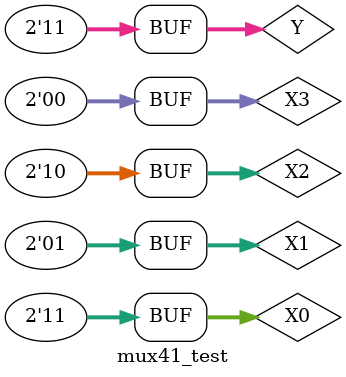
<source format=v>
`timescale 1ns / 1ps


module mux41_test(); 

reg [1:0] X0;
reg [1:0] X1;
reg [1:0] X2;
reg [1:0] X3;
reg [1:0] Y;
wire [1:0] F; 

mux41 i1 (
    .X0(X0),
	.X1(X1),
	.X2(X2),
	.X3(X3),
	.Y(Y),
	.F(F)
	);
initial 
begin

    X0=0; X1=1; X2=2; X3=3; Y=0;
#10 X0=1; X1=0; X2=2; X3=3; Y=0;
#10 X0=0; X1=1; X2=2; X3=3; Y=1;
#10 X0=0; X1=2; X2=1; X3=3; Y=1;
#10 X0=0; X1=1; X2=2; X3=3; Y=2;
#10 X0=0; X1=1; X2=3; X3=2; Y=2;
#10 X0=0; X1=1; X2=2; X3=3; Y=3;
#10 X0=3; X1=1; X2=2; X3=0; Y=3;

end
endmodule

</source>
